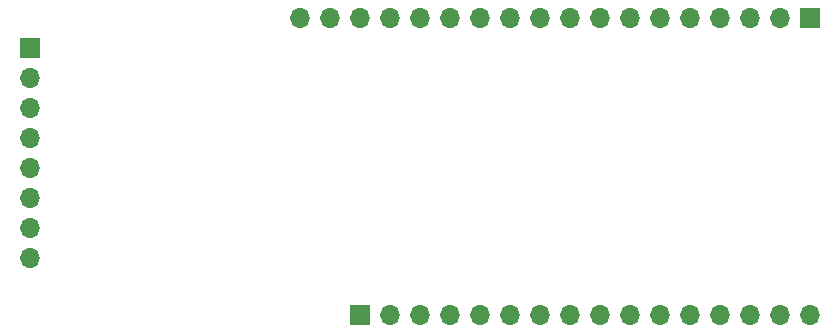
<source format=gbr>
%TF.GenerationSoftware,KiCad,Pcbnew,(5.1.10-1-10_14)*%
%TF.CreationDate,2021-09-25T13:26:57-04:00*%
%TF.ProjectId,RAM,52414d2e-6b69-4636-9164-5f7063625858,rev?*%
%TF.SameCoordinates,Original*%
%TF.FileFunction,Soldermask,Bot*%
%TF.FilePolarity,Negative*%
%FSLAX46Y46*%
G04 Gerber Fmt 4.6, Leading zero omitted, Abs format (unit mm)*
G04 Created by KiCad (PCBNEW (5.1.10-1-10_14)) date 2021-09-25 13:26:57*
%MOMM*%
%LPD*%
G01*
G04 APERTURE LIST*
%ADD10O,1.700000X1.700000*%
%ADD11R,1.700000X1.700000*%
G04 APERTURE END LIST*
D10*
%TO.C,J3*%
X288036000Y-96520000D03*
X285496000Y-96520000D03*
X282956000Y-96520000D03*
X280416000Y-96520000D03*
X277876000Y-96520000D03*
X275336000Y-96520000D03*
X272796000Y-96520000D03*
X270256000Y-96520000D03*
X267716000Y-96520000D03*
X265176000Y-96520000D03*
X262636000Y-96520000D03*
X260096000Y-96520000D03*
X257556000Y-96520000D03*
X255016000Y-96520000D03*
X252476000Y-96520000D03*
D11*
X249936000Y-96520000D03*
%TD*%
D10*
%TO.C,J2*%
X244856000Y-71374000D03*
X247396000Y-71374000D03*
X249936000Y-71374000D03*
X252476000Y-71374000D03*
X255016000Y-71374000D03*
X257556000Y-71374000D03*
X260096000Y-71374000D03*
X262636000Y-71374000D03*
X265176000Y-71374000D03*
X267716000Y-71374000D03*
X270256000Y-71374000D03*
X272796000Y-71374000D03*
X275336000Y-71374000D03*
X277876000Y-71374000D03*
X280416000Y-71374000D03*
X282956000Y-71374000D03*
X285496000Y-71374000D03*
D11*
X288036000Y-71374000D03*
%TD*%
D10*
%TO.C,J1*%
X221996000Y-91690000D03*
X221996000Y-89150000D03*
X221996000Y-86610000D03*
X221996000Y-84070000D03*
X221996000Y-81530000D03*
X221996000Y-78990000D03*
X221996000Y-76450000D03*
D11*
X221996000Y-73910000D03*
%TD*%
M02*

</source>
